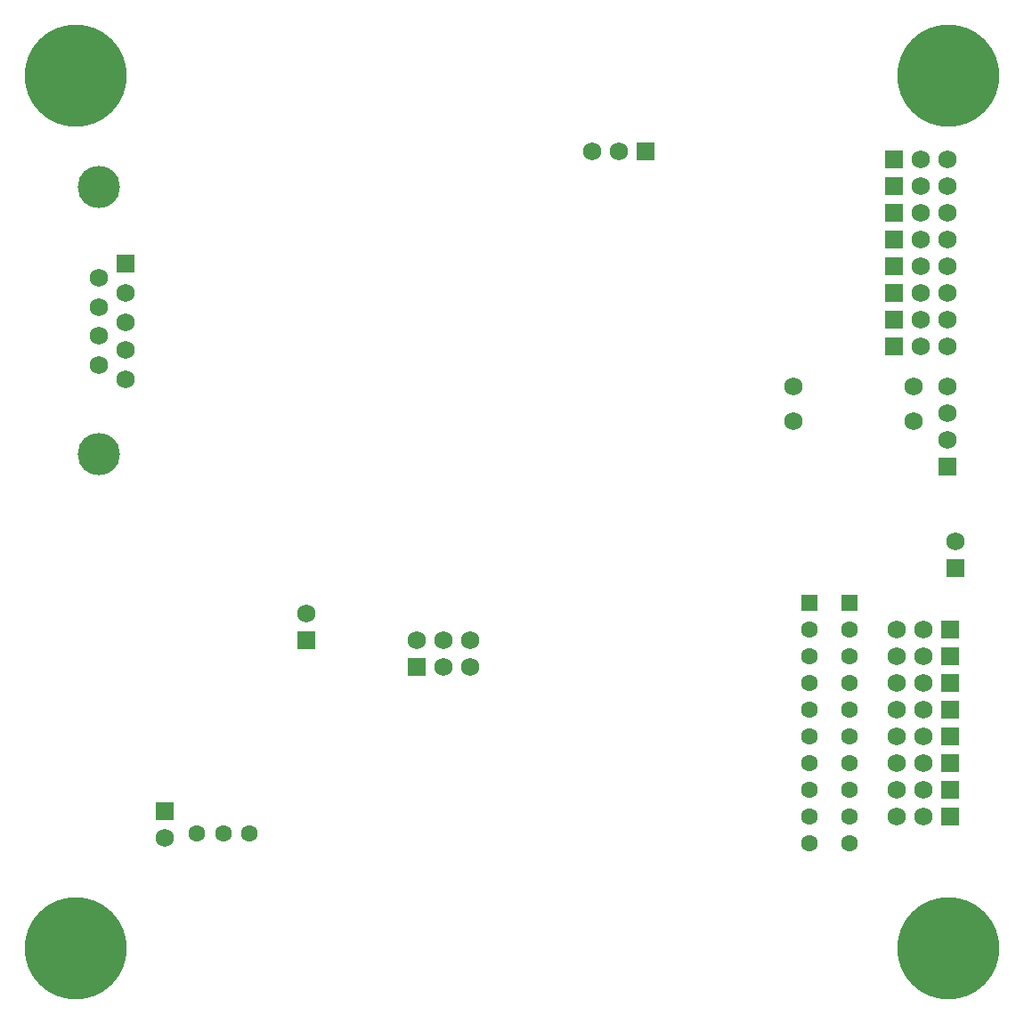
<source format=gbs>
G04 (created by PCBNEW (2013-05-31 BZR 4019)-stable) date 6/28/2014 2:34:58 PM*
%MOIN*%
G04 Gerber Fmt 3.4, Leading zero omitted, Abs format*
%FSLAX34Y34*%
G01*
G70*
G90*
G04 APERTURE LIST*
%ADD10C,0.00590551*%
%ADD11C,0.063*%
%ADD12R,0.068X0.068*%
%ADD13C,0.068*%
%ADD14R,0.063X0.063*%
%ADD15C,0.158*%
%ADD16C,0.383*%
G04 APERTURE END LIST*
G54D10*
G54D11*
X37916Y-48750D03*
X39884Y-48750D03*
X38900Y-48750D03*
G54D12*
X54700Y-23200D03*
G54D13*
X53700Y-23200D03*
X52700Y-23200D03*
G54D12*
X66300Y-38800D03*
G54D13*
X66300Y-37800D03*
G54D12*
X36700Y-47900D03*
G54D13*
X36700Y-48900D03*
G54D14*
X60850Y-40100D03*
G54D11*
X60850Y-41100D03*
X60850Y-42100D03*
X60850Y-43100D03*
X60850Y-44100D03*
X60850Y-45100D03*
X60850Y-46100D03*
X60850Y-47100D03*
X60850Y-48100D03*
X60850Y-49100D03*
G54D14*
X62350Y-40100D03*
G54D11*
X62350Y-41100D03*
X62350Y-42100D03*
X62350Y-43100D03*
X62350Y-44100D03*
X62350Y-45100D03*
X62350Y-46100D03*
X62350Y-47100D03*
X62350Y-48100D03*
X62350Y-49100D03*
G54D13*
X60250Y-33300D03*
X64750Y-33300D03*
X60250Y-32000D03*
X64750Y-32000D03*
G54D12*
X66000Y-35000D03*
G54D13*
X66000Y-34000D03*
X66000Y-33000D03*
X66000Y-32000D03*
G54D12*
X66100Y-41100D03*
G54D13*
X65100Y-41100D03*
X64100Y-41100D03*
G54D12*
X66100Y-42100D03*
G54D13*
X65100Y-42100D03*
X64100Y-42100D03*
G54D12*
X66100Y-43100D03*
G54D13*
X65100Y-43100D03*
X64100Y-43100D03*
G54D12*
X66100Y-44100D03*
G54D13*
X65100Y-44100D03*
X64100Y-44100D03*
G54D12*
X66100Y-45100D03*
G54D13*
X65100Y-45100D03*
X64100Y-45100D03*
G54D12*
X66100Y-46100D03*
G54D13*
X65100Y-46100D03*
X64100Y-46100D03*
G54D12*
X66100Y-47100D03*
G54D13*
X65100Y-47100D03*
X64100Y-47100D03*
G54D12*
X66100Y-48100D03*
G54D13*
X65100Y-48100D03*
X64100Y-48100D03*
G54D12*
X42000Y-41500D03*
G54D13*
X42000Y-40500D03*
G54D12*
X64000Y-23500D03*
G54D13*
X65000Y-23500D03*
X66000Y-23500D03*
G54D12*
X64000Y-24500D03*
G54D13*
X65000Y-24500D03*
X66000Y-24500D03*
G54D12*
X64000Y-25500D03*
G54D13*
X65000Y-25500D03*
X66000Y-25500D03*
G54D12*
X64000Y-26500D03*
G54D13*
X65000Y-26500D03*
X66000Y-26500D03*
G54D12*
X64000Y-27500D03*
G54D13*
X65000Y-27500D03*
X66000Y-27500D03*
G54D12*
X64000Y-28500D03*
G54D13*
X65000Y-28500D03*
X66000Y-28500D03*
G54D12*
X64000Y-29500D03*
G54D13*
X65000Y-29500D03*
X66000Y-29500D03*
G54D12*
X64000Y-30500D03*
G54D13*
X65000Y-30500D03*
X66000Y-30500D03*
G54D15*
X34240Y-24550D03*
X34240Y-34550D03*
G54D12*
X35240Y-27400D03*
G54D13*
X35240Y-28500D03*
X35240Y-29600D03*
X35240Y-30650D03*
X35240Y-31750D03*
X34240Y-31200D03*
X34240Y-30100D03*
X34240Y-29050D03*
X34240Y-27950D03*
G54D16*
X66039Y-53039D03*
X66039Y-20362D03*
X33362Y-20362D03*
X33362Y-53039D03*
G54D12*
X46141Y-42515D03*
G54D13*
X46141Y-41515D03*
X47141Y-42515D03*
X47141Y-41515D03*
X48141Y-42515D03*
X48141Y-41515D03*
M02*

</source>
